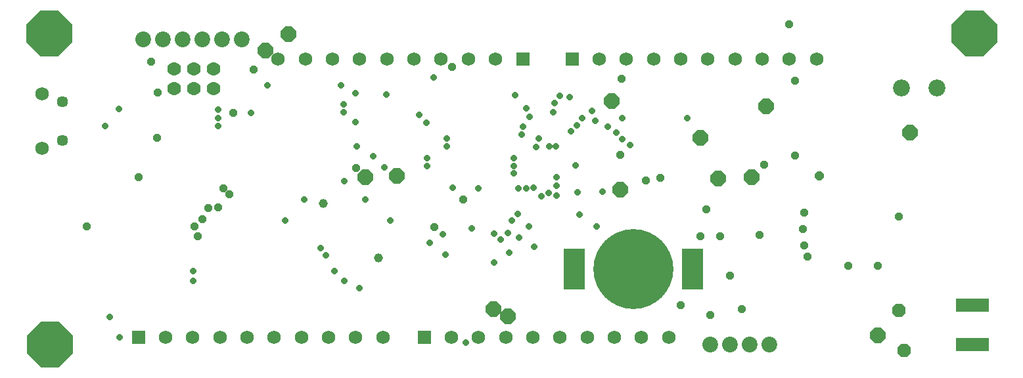
<source format=gbs>
G75*
%MOIN*%
%OFA0B0*%
%FSLAX25Y25*%
%IPPOS*%
%LPD*%
%AMOC8*
5,1,8,0,0,1.08239X$1,22.5*
%
%ADD10R,0.10591X0.20591*%
%ADD11C,0.40591*%
%ADD12C,0.06991*%
%ADD13C,0.07991*%
%ADD14R,0.06890X0.06890*%
%ADD15C,0.06890*%
%ADD16R,0.16591X0.06591*%
%ADD17C,0.08591*%
%ADD18C,0.05709*%
%ADD19C,0.04528*%
%ADD20OC8,0.04134*%
%ADD21OC8,0.03150*%
%ADD22OC8,0.07677*%
%ADD23OC8,0.06969*%
%ADD24OC8,0.04488*%
%ADD25OC8,0.23091*%
D10*
X0292869Y0058625D03*
X0352869Y0058625D03*
D11*
X0322869Y0058625D03*
D12*
X0109619Y0150500D03*
X0099619Y0150500D03*
X0089619Y0150500D03*
X0089619Y0160500D03*
X0099619Y0160500D03*
X0109619Y0160500D03*
D13*
X0114119Y0175500D03*
X0124119Y0175500D03*
X0104119Y0175500D03*
X0094119Y0175500D03*
X0084119Y0175500D03*
X0074119Y0175500D03*
X0361619Y0020500D03*
X0371619Y0020500D03*
X0381619Y0020500D03*
X0391619Y0020500D03*
D14*
X0216619Y0024000D03*
X0071619Y0024000D03*
X0266619Y0165500D03*
X0291619Y0165500D03*
D15*
X0305398Y0165500D03*
X0319178Y0165500D03*
X0332957Y0165500D03*
X0346737Y0165500D03*
X0360516Y0165500D03*
X0374296Y0165500D03*
X0388075Y0165500D03*
X0401855Y0165500D03*
X0415634Y0165500D03*
X0252839Y0165500D03*
X0239060Y0165500D03*
X0225280Y0165500D03*
X0211501Y0165500D03*
X0197721Y0165500D03*
X0183942Y0165500D03*
X0170162Y0165500D03*
X0156383Y0165500D03*
X0142603Y0165500D03*
X0022619Y0147780D03*
X0022619Y0120220D03*
X0085398Y0024000D03*
X0099178Y0024000D03*
X0112957Y0024000D03*
X0126737Y0024000D03*
X0140516Y0024000D03*
X0154296Y0024000D03*
X0168075Y0024000D03*
X0181855Y0024000D03*
X0195634Y0024000D03*
X0230398Y0024000D03*
X0244178Y0024000D03*
X0257957Y0024000D03*
X0271737Y0024000D03*
X0285516Y0024000D03*
X0299296Y0024000D03*
X0313075Y0024000D03*
X0326855Y0024000D03*
X0340634Y0024000D03*
D16*
X0494869Y0020500D03*
X0494869Y0040500D03*
D17*
X0476931Y0150813D03*
X0458931Y0150813D03*
D18*
X0033249Y0143843D03*
X0033249Y0124157D03*
D19*
X0165492Y0092212D03*
X0193331Y0064373D03*
D20*
X0221619Y0080000D03*
X0236556Y0093937D03*
X0182119Y0110000D03*
X0117869Y0096625D03*
X0114756Y0099816D03*
X0111994Y0090250D03*
X0107244Y0089875D03*
X0104119Y0084250D03*
X0100119Y0080500D03*
X0101619Y0075500D03*
X0045404Y0080559D03*
X0071619Y0105500D03*
X0081244Y0125500D03*
X0119869Y0138250D03*
X0081369Y0148438D03*
X0078119Y0164000D03*
X0130119Y0160125D03*
X0230758Y0161530D03*
X0316619Y0155419D03*
X0404619Y0154369D03*
X0401619Y0183000D03*
X0404619Y0116500D03*
X0389119Y0111750D03*
X0336306Y0105187D03*
X0328994Y0103625D03*
X0315994Y0116750D03*
X0359619Y0088937D03*
X0356619Y0075500D03*
X0366619Y0075500D03*
X0386619Y0076084D03*
X0408869Y0079000D03*
X0409306Y0070813D03*
X0411174Y0065056D03*
X0431619Y0060500D03*
X0446619Y0060500D03*
X0457495Y0085500D03*
X0409463Y0087500D03*
X0371619Y0055500D03*
X0346619Y0040500D03*
X0361619Y0035500D03*
X0377869Y0038500D03*
X0315369Y0054875D03*
D21*
X0272406Y0069999D03*
X0259619Y0067000D03*
X0255494Y0073750D03*
X0264752Y0074627D03*
X0259119Y0077000D03*
X0252247Y0076817D03*
X0240619Y0079524D03*
X0226119Y0076500D03*
X0219436Y0072222D03*
X0227436Y0066155D03*
X0252119Y0062000D03*
X0269619Y0080500D03*
X0260962Y0083313D03*
X0264228Y0086625D03*
X0275975Y0095789D03*
X0279688Y0097419D03*
X0283761Y0095937D03*
X0294522Y0097687D03*
X0283830Y0101226D03*
X0283872Y0105500D03*
X0293494Y0111437D03*
X0283494Y0121125D03*
X0280147Y0121125D03*
X0273470Y0120914D03*
X0274619Y0125000D03*
X0266092Y0127000D03*
X0266619Y0131000D03*
X0270119Y0136000D03*
X0268345Y0140552D03*
X0282089Y0138470D03*
X0282869Y0143000D03*
X0285369Y0146750D03*
X0290369Y0146125D03*
X0301619Y0139250D03*
X0303494Y0134250D03*
X0309744Y0131125D03*
X0314119Y0128000D03*
X0317244Y0124816D03*
X0320994Y0121750D03*
X0294119Y0131750D03*
X0296619Y0135500D03*
X0290994Y0128625D03*
X0317244Y0135500D03*
X0350195Y0135500D03*
X0262767Y0146961D03*
X0221536Y0156214D03*
X0197345Y0147274D03*
X0181619Y0148000D03*
X0174408Y0152000D03*
X0175908Y0142278D03*
X0175908Y0138500D03*
X0181619Y0133500D03*
X0182330Y0120937D03*
X0190908Y0115994D03*
X0196576Y0110293D03*
X0176202Y0103412D03*
X0186619Y0094000D03*
X0199442Y0083313D03*
X0164119Y0069500D03*
X0166927Y0065808D03*
X0171032Y0057758D03*
X0175954Y0052836D03*
X0183677Y0049058D03*
X0237619Y0021500D03*
X0099505Y0052614D03*
X0099505Y0057614D03*
X0057119Y0034500D03*
X0062119Y0024000D03*
X0146119Y0083457D03*
X0155619Y0094000D03*
X0218119Y0111000D03*
X0218119Y0115000D03*
X0228119Y0121000D03*
X0228119Y0125000D03*
X0217874Y0133245D03*
X0214223Y0137000D03*
X0262119Y0115000D03*
X0262119Y0111222D03*
X0262119Y0107444D03*
X0264545Y0099851D03*
X0268489Y0099851D03*
X0272267Y0099970D03*
X0244119Y0099851D03*
X0231119Y0100000D03*
X0295369Y0086437D03*
X0304122Y0080497D03*
X0307244Y0098000D03*
X0137119Y0152000D03*
X0112230Y0139911D03*
X0112230Y0135411D03*
X0112119Y0131500D03*
X0128619Y0138000D03*
X0061619Y0140000D03*
X0054619Y0131500D03*
D22*
X0135994Y0169875D03*
X0147869Y0178000D03*
X0311619Y0144250D03*
X0356619Y0125500D03*
X0390119Y0141500D03*
X0463181Y0127997D03*
X0382619Y0105500D03*
X0365869Y0104750D03*
X0315994Y0098937D03*
X0202619Y0106000D03*
X0186619Y0105500D03*
X0251869Y0038500D03*
X0259119Y0034750D03*
X0446619Y0025187D03*
D23*
X0460056Y0017375D03*
X0457495Y0037626D03*
D24*
X0417119Y0105953D03*
D25*
X0026619Y0020500D03*
X0026306Y0178312D03*
X0495681Y0178312D03*
M02*

</source>
